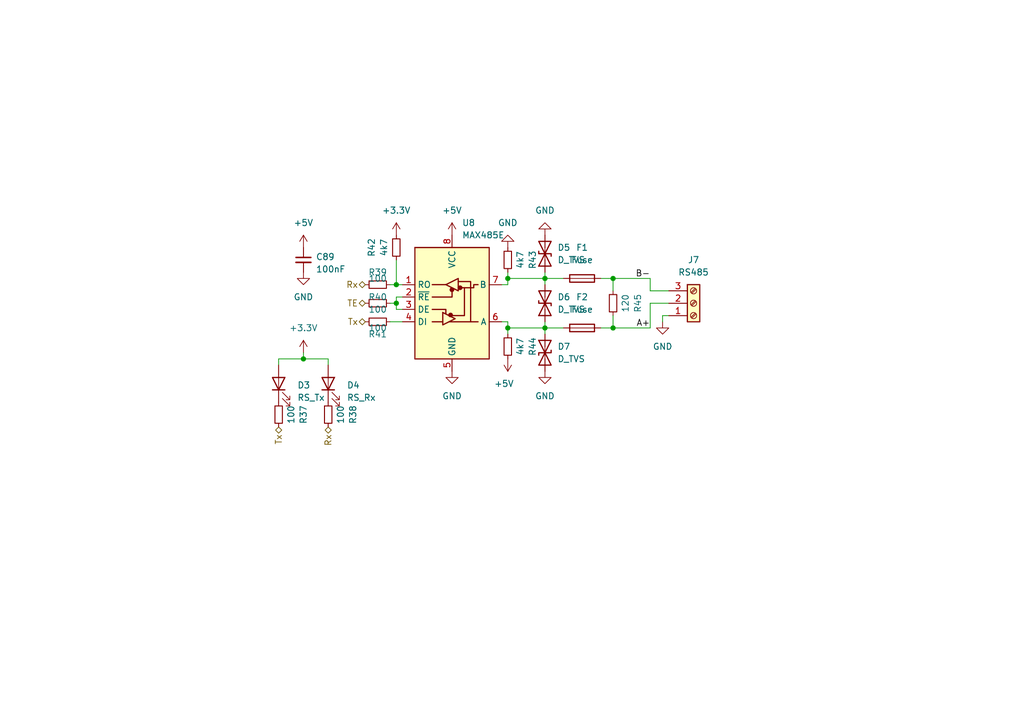
<source format=kicad_sch>
(kicad_sch (version 20230121) (generator eeschema)
  (paper "A5")
  (lib_symbols
    (symbol "Connector:Screw_Terminal_01x03" (pin_names (offset 1.016) hide)
      (property "Reference" "J" (at 0 5.08 0))
      (property "Value" "Screw_Terminal_01x03" (at 0 -5.08 0))
      (symbol "Screw_Terminal_01x03_1_1"
        (rectangle (start -1.27 3.81) (end 1.27 -3.81) (stroke (width 0.254)) (fill (type background)))
        (circle (center 0 -2.54) (radius 0.635) (stroke (width 0.1524)))
        (polyline (pts (xy -0.5334 -2.2098) (xy 0.3302 -3.048)) (stroke (width 0.1524)))
        (polyline (pts (xy -0.5334 0.3302) (xy 0.3302 -0.508)) (stroke (width 0.1524)))
        (polyline (pts (xy -0.5334 2.8702) (xy 0.3302 2.032)) (stroke (width 0.1524)))
        (polyline (pts (xy -0.3556 -2.032) (xy 0.508 -2.8702)) (stroke (width 0.1524)))
        (polyline (pts (xy -0.3556 0.508) (xy 0.508 -0.3302)) (stroke (width 0.1524)))
        (polyline (pts (xy -0.3556 3.048) (xy 0.508 2.2098)) (stroke (width 0.1524)))
        (circle (center 0 0) (radius 0.635) (stroke (width 0.1524)))
        (circle (center 0 2.54) (radius 0.635) (stroke (width 0.1524)))
        (pin passive line (at -5.08 2.54 0) (length 3.81) (name "Pin_1") (number "1"))
        (pin passive line (at -5.08 0 0) (length 3.81) (name "Pin_2") (number "2"))
        (pin passive line (at -5.08 -2.54 0) (length 3.81) (name "Pin_3") (number "3"))
      )
    )
    (symbol "Device:C_Small" (pin_numbers hide) (pin_names (offset 0.254) hide)
      (property "Reference" "C" (at 0.254 1.778 0))
      (property "Value" "C_Small" (at 0.254 -2.032 0))
      (symbol "C_Small_0_1"
        (polyline (pts (xy -1.524 -0.508) (xy 1.524 -0.508)) (stroke (width 0.3302)))
        (polyline (pts (xy -1.524 0.508) (xy 1.524 0.508)) (stroke (width 0.3048)))
      )
      (symbol "C_Small_1_1"
        (pin passive line (at 0 2.54 270) (length 2.032) (name "~") (number "1"))
        (pin passive line (at 0 -2.54 90) (length 2.032) (name "~") (number "2"))
      )
    )
    (symbol "Device:D_TVS" (pin_numbers hide) (pin_names (offset 1.016) hide)
      (property "Reference" "D" (at 0 2.54 0))
      (property "Value" "D_TVS" (at 0 -2.54 0))
      (symbol "D_TVS_0_1"
        (polyline (pts (xy 1.27 0) (xy -1.27 0)))
        (polyline (pts (xy 0.508 1.27) (xy 0 1.27) (xy 0 -1.27) (xy -0.508 -1.27)) (stroke (width 0.254)))
        (polyline (pts (xy -2.54 1.27) (xy -2.54 -1.27) (xy 2.54 1.27) (xy 2.54 -1.27) (xy -2.54 1.27)) (stroke (width 0.254)))
      )
      (symbol "D_TVS_1_1"
        (pin passive line (at -3.81 0 0) (length 2.54) (name "A1") (number "1"))
        (pin passive line (at 3.81 0 180) (length 2.54) (name "A2") (number "2"))
      )
    )
    (symbol "Device:Fuse" (pin_numbers hide) (pin_names (offset 0))
      (property "Reference" "F" (at 2.032 0 90))
      (property "Value" "Fuse" (at -1.905 0 90))
      (symbol "Fuse_0_1"
        (rectangle (start -0.762 -2.54) (end 0.762 2.54) (stroke (width 0.254)))
        (polyline (pts (xy 0 2.54) (xy 0 -2.54)))
      )
      (symbol "Fuse_1_1"
        (pin passive line (at 0 3.81 270) (length 1.27) (name "~") (number "1"))
        (pin passive line (at 0 -3.81 90) (length 1.27) (name "~") (number "2"))
      )
    )
    (symbol "Device:LED" (pin_numbers hide) (pin_names (offset 1.016) hide)
      (property "Reference" "D" (at 0 2.54 0))
      (property "Value" "LED" (at 0 -2.54 0))
      (symbol "LED_0_1"
        (polyline (pts (xy -1.27 -1.27) (xy -1.27 1.27)) (stroke (width 0.254)))
        (polyline (pts (xy -1.27 0) (xy 1.27 0)))
        (polyline (pts (xy 1.27 -1.27) (xy 1.27 1.27) (xy -1.27 0) (xy 1.27 -1.27)) (stroke (width 0.254)))
        (polyline (pts (xy -3.048 -0.762) (xy -4.572 -2.286) (xy -3.81 -2.286) (xy -4.572 -2.286) (xy -4.572 -1.524)))
        (polyline (pts (xy -1.778 -0.762) (xy -3.302 -2.286) (xy -2.54 -2.286) (xy -3.302 -2.286) (xy -3.302 -1.524)))
      )
      (symbol "LED_1_1"
        (pin passive line (at -3.81 0 0) (length 2.54) (name "K") (number "1"))
        (pin passive line (at 3.81 0 180) (length 2.54) (name "A") (number "2"))
      )
    )
    (symbol "Device:R_Small" (pin_numbers hide) (pin_names (offset 0.254) hide)
      (property "Reference" "R" (at 0.762 0.508 0))
      (property "Value" "R_Small" (at 0.762 -1.016 0))
      (symbol "R_Small_0_1"
        (rectangle (start -0.762 1.778) (end 0.762 -1.778) (stroke (width 0.2032)))
      )
      (symbol "R_Small_1_1"
        (pin passive line (at 0 2.54 270) (length 0.762) (name "~") (number "1"))
        (pin passive line (at 0 -2.54 90) (length 0.762) (name "~") (number "2"))
      )
    )
    (symbol "Interface_UART:MAX485E"
      (property "Reference" "U" (at -6.096 11.43 0))
      (property "Value" "MAX485E" (at 0.762 11.43 0))
      (symbol "MAX485E_0_1"
        (rectangle (start -7.62 10.16) (end 7.62 -12.7) (stroke (width 0.254)) (fill (type background)))
        (circle (center -0.3048 -3.683) (radius 0.3556) (stroke (width 0.254)) (fill (type outline)))
        (circle (center -0.0254 1.4986) (radius 0.3556) (stroke (width 0.254)) (fill (type outline)))
        (polyline (pts (xy -4.064 -5.08) (xy -1.905 -5.08)) (stroke (width 0.254)))
        (polyline (pts (xy -4.064 2.54) (xy -1.27 2.54)) (stroke (width 0.254)))
        (polyline (pts (xy -1.27 -3.2004) (xy -1.27 -3.4544)) (stroke (width 0.254)))
        (polyline (pts (xy -0.635 -5.08) (xy 5.334 -5.08)) (stroke (width 0.254)))
        (polyline (pts (xy -4.064 -2.54) (xy -1.27 -2.54) (xy -1.27 -3.175)) (stroke (width 0.254)))
        (polyline (pts (xy 0 1.27) (xy 0 0) (xy -4.064 0)) (stroke (width 0.254)))
        (polyline (pts (xy 1.27 3.175) (xy 3.81 3.175) (xy 3.81 -5.08)) (stroke (width 0.254)))
        (polyline (pts (xy 2.54 1.905) (xy 2.54 -3.81) (xy 0 -3.81)) (stroke (width 0.254)))
        (polyline (pts (xy -1.905 -3.175) (xy -1.905 -5.715) (xy 0.635 -4.445) (xy -1.905 -3.175)) (stroke (width 0.254)))
        (polyline (pts (xy -1.27 2.54) (xy 1.27 3.81) (xy 1.27 1.27) (xy -1.27 2.54)) (stroke (width 0.254)))
        (polyline (pts (xy 1.905 1.905) (xy 4.445 1.905) (xy 4.445 2.54) (xy 5.334 2.54)) (stroke (width 0.254)))
        (rectangle (start 1.27 3.175) (end 1.27 3.175))
        (circle (center 1.651 1.905) (radius 0.3556) (stroke (width 0.254)) (fill (type outline)))
      )
      (symbol "MAX485E_1_1"
        (pin output line (at -10.16 2.54 0) (length 2.54) (name "RO") (number "1"))
        (pin input line (at -10.16 0 0) (length 2.54) (name "~{RE}") (number "2"))
        (pin input line (at -10.16 -2.54 0) (length 2.54) (name "DE") (number "3"))
        (pin input line (at -10.16 -5.08 0) (length 2.54) (name "DI") (number "4"))
        (pin power_in line (at 0 -15.24 90) (length 2.54) (name "GND") (number "5"))
        (pin bidirectional line (at 10.16 -5.08 180) (length 2.54) (name "A") (number "6"))
        (pin bidirectional line (at 10.16 2.54 180) (length 2.54) (name "B") (number "7"))
        (pin power_in line (at 0 12.7 270) (length 2.54) (name "VCC") (number "8"))
      )
    )
    (symbol "power:+3.3V" (power) (pin_names (offset 0))
      (property "Value" "+3.3V" (at 0 3.556 0))
      (symbol "+3.3V_0_1"
        (polyline (pts (xy -0.762 1.27) (xy 0 2.54)))
        (polyline (pts (xy 0 0) (xy 0 2.54)))
        (polyline (pts (xy 0 2.54) (xy 0.762 1.27)))
      )
      (symbol "+3.3V_1_1"
        (pin power_in line (at 0 0 90) (length 0) hide (name "+3.3V") (number "1"))
      )
    )
    (symbol "power:+5V" (power) (pin_names (offset 0))
      (property "Value" "+5V" (at 0 3.556 0))
      (symbol "+5V_0_1"
        (polyline (pts (xy -0.762 1.27) (xy 0 2.54)))
        (polyline (pts (xy 0 0) (xy 0 2.54)))
        (polyline (pts (xy 0 2.54) (xy 0.762 1.27)))
      )
      (symbol "+5V_1_1"
        (pin power_in line (at 0 0 90) (length 0) hide (name "+5V") (number "1"))
      )
    )
    (symbol "power:GND" (power) (pin_names (offset 0))
      (property "Value" "GND" (at 0 -3.81 0))
      (symbol "GND_0_1"
        (polyline (pts (xy 0 0) (xy 0 -1.27) (xy 1.27 -1.27) (xy 0 -2.54) (xy -1.27 -1.27) (xy 0 -1.27)))
      )
      (symbol "GND_1_1"
        (pin power_in line (at 0 0 270) (length 0) hide (name "GND") (number "1"))
      )
    )
  )
  (junction (at 104.14 57.15))
  (junction (at 125.73 67.31))
  (junction (at 111.76 57.15))
  (junction (at 125.73 57.15))
  (junction (at 81.28 58.42))
  (junction (at 81.28 62.23))
  (junction (at 62.23 73.66))
  (junction (at 104.14 67.31))
  (junction (at 111.76 67.31))
  (wire (pts (xy 57.15 73.66) (xy 57.15 74.93)))
  (wire (pts (xy 111.76 57.15) (xy 115.57 57.15)))
  (wire (pts (xy 125.73 67.31) (xy 123.19 67.31)))
  (wire (pts (xy 62.23 72.39) (xy 62.23 73.66)))
  (wire (pts (xy 111.76 67.31) (xy 111.76 66.04)))
  (wire (pts (xy 81.28 63.5) (xy 82.55 63.5)))
  (wire (pts (xy 62.23 73.66) (xy 57.15 73.66)))
  (wire (pts (xy 137.16 64.77) (xy 135.89 64.77)))
  (wire (pts (xy 67.31 74.93) (xy 67.31 73.66)))
  (wire (pts (xy 104.14 58.42) (xy 104.14 57.15)))
  (wire (pts (xy 125.73 59.69) (xy 125.73 57.15)))
  (wire (pts (xy 67.31 73.66) (xy 62.23 73.66)))
  (wire (pts (xy 133.35 59.69) (xy 133.35 57.15)))
  (wire (pts (xy 111.76 67.31) (xy 115.57 67.31)))
  (wire (pts (xy 82.55 60.96) (xy 81.28 60.96)))
  (wire (pts (xy 123.19 57.15) (xy 125.73 57.15)))
  (wire (pts (xy 102.87 66.04) (xy 104.14 66.04)))
  (wire (pts (xy 104.14 66.04) (xy 104.14 67.31)))
  (wire (pts (xy 111.76 55.88) (xy 111.76 57.15)))
  (wire (pts (xy 133.35 62.23) (xy 133.35 67.31)))
  (wire (pts (xy 111.76 67.31) (xy 111.76 68.58)))
  (wire (pts (xy 81.28 62.23) (xy 81.28 63.5)))
  (wire (pts (xy 104.14 57.15) (xy 111.76 57.15)))
  (wire (pts (xy 133.35 62.23) (xy 137.16 62.23)))
  (wire (pts (xy 104.14 67.31) (xy 104.14 68.58)))
  (wire (pts (xy 111.76 57.15) (xy 111.76 58.42)))
  (wire (pts (xy 104.14 67.31) (xy 111.76 67.31)))
  (wire (pts (xy 80.01 66.04) (xy 82.55 66.04)))
  (wire (pts (xy 125.73 64.77) (xy 125.73 67.31)))
  (wire (pts (xy 133.35 59.69) (xy 137.16 59.69)))
  (wire (pts (xy 81.28 53.34) (xy 81.28 58.42)))
  (wire (pts (xy 102.87 58.42) (xy 104.14 58.42)))
  (wire (pts (xy 133.35 67.31) (xy 125.73 67.31)))
  (wire (pts (xy 133.35 57.15) (xy 125.73 57.15)))
  (wire (pts (xy 135.89 64.77) (xy 135.89 66.04)))
  (wire (pts (xy 80.01 58.42) (xy 81.28 58.42)))
  (wire (pts (xy 81.28 60.96) (xy 81.28 62.23)))
  (wire (pts (xy 80.01 62.23) (xy 81.28 62.23)))
  (wire (pts (xy 104.14 55.88) (xy 104.14 57.15)))
  (wire (pts (xy 81.28 58.42) (xy 82.55 58.42)))
  (label "A+" (at 133.35 67.31 180))
  (label "B-" (at 133.35 57.15 180))
  (hierarchical_label "Tx" (shape bidirectional) (at 57.15 87.63 270))
  (hierarchical_label "Rx" (shape bidirectional) (at 74.93 58.42 180))
  (hierarchical_label "Rx" (shape bidirectional) (at 67.31 87.63 270))
  (hierarchical_label "TE" (shape bidirectional) (at 74.93 62.23 180))
  (hierarchical_label "Tx" (shape bidirectional) (at 74.93 66.04 180))
  (symbol (lib_id "Device:R_Small") (at 125.73 62.23 180) (unit 1)
    (property "Reference" "R45" (at 130.81 62.23 90))
    (property "Value" "120" (at 128.27 62.23 90))
    (property "Footprint" "Anh_Footprints:R_0805" (effects hide))
  )
  (symbol (lib_id "Interface_UART:MAX485E") (at 92.71 60.96 0) (unit 1)
    (property "Reference" "U8" (at 94.7294 45.72 0) (effects (justify left)))
    (property "Value" "MAX485E" (at 94.7294 48.26 0) (effects (justify left)))
    (property "Footprint" "Anh_Footprints:SOIC-8" (effects hide))
    (property "Datasheet" "https://datasheets.maximintegrated.com/en/ds/MAX1487E-MAX491E.pdf" (effects hide))
  )
  (symbol (lib_id "power:+5V") (at 62.23 50.8 0) (unit 1)
    (property "Reference" "#PWR0112" (effects hide))
    (property "Value" "+5V" (at 62.23 45.72 0))
  )
  (symbol (lib_id "Device:Fuse") (at 119.38 57.15 90) (unit 1)
    (property "Reference" "F1" (at 119.38 50.8 90))
    (property "Value" "Fuse" (at 119.38 53.34 90))
    (property "Footprint" "Anh_Footprints:F_1206" (effects hide))
  )
  (symbol (lib_id "Device:R_Small") (at 104.14 53.34 180) (unit 1)
    (property "Reference" "R43" (at 109.22 53.34 90))
    (property "Value" "4k7" (at 106.68 53.34 90))
    (property "Footprint" "Anh_Footprints:R_0603" (effects hide))
  )
  (symbol (lib_id "power:GND") (at 111.76 48.26 180) (unit 1)
    (property "Reference" "#PWR0120" (effects hide))
    (property "Value" "GND" (at 111.76 43.18 0))
  )
  (symbol (lib_id "Device:R_Small") (at 104.14 71.12 180) (unit 1)
    (property "Reference" "R44" (at 109.22 71.12 90))
    (property "Value" "4k7" (at 106.68 71.12 90))
    (property "Footprint" "Anh_Footprints:R_0603" (effects hide))
  )
  (symbol (lib_id "Device:R_Small") (at 77.47 66.04 90) (unit 1)
    (property "Reference" "R41" (at 77.47 68.58 90))
    (property "Value" "100" (at 77.47 67.31 90))
    (property "Footprint" "Anh_Footprints:R_0603" (effects hide))
  )
  (symbol (lib_id "power:GND") (at 111.76 76.2 0) (unit 1)
    (property "Reference" "#PWR0121" (effects hide))
    (property "Value" "GND" (at 111.76 81.28 0))
  )
  (symbol (lib_id "Device:R_Small") (at 67.31 85.09 180) (unit 1)
    (property "Reference" "R38" (at 72.39 85.09 90))
    (property "Value" "100" (at 69.85 85.09 90))
    (property "Footprint" "Anh_Footprints:R_0603" (effects hide))
  )
  (symbol (lib_id "Device:D_TVS") (at 111.76 52.07 90) (unit 1)
    (property "Reference" "D5" (at 114.3 50.7999 90) (effects (justify right)))
    (property "Value" "D_TVS" (at 114.3 53.3399 90) (effects (justify right)))
    (property "Footprint" "Anh_Footprints:D_SMA" (effects hide))
  )
  (symbol (lib_id "Device:D_TVS") (at 111.76 72.39 90) (mirror x) (unit 1)
    (property "Reference" "D7" (at 114.3 71.1199 90) (effects (justify right)))
    (property "Value" "D_TVS" (at 114.3 73.6599 90) (effects (justify right)))
    (property "Footprint" "Anh_Footprints:D_SMA" (effects hide))
  )
  (symbol (lib_id "Device:R_Small") (at 77.47 58.42 90) (unit 1)
    (property "Reference" "R39" (at 77.47 55.88 90))
    (property "Value" "100" (at 77.47 57.15 90))
    (property "Footprint" "Anh_Footprints:R_0603" (effects hide))
  )
  (symbol (lib_id "power:GND") (at 92.71 76.2 0) (unit 1)
    (property "Reference" "#PWR0117" (effects hide))
    (property "Value" "GND" (at 92.71 81.28 0))
  )
  (symbol (lib_id "power:+3.3V") (at 62.23 72.39 0) (unit 1)
    (property "Reference" "#PWR0114" (effects hide))
    (property "Value" "+3.3V" (at 62.23 67.31 0))
  )
  (symbol (lib_id "power:+5V") (at 104.14 73.66 0) (mirror x) (unit 1)
    (property "Reference" "#PWR0119" (effects hide))
    (property "Value" "+5V" (at 105.41 78.74 0) (effects (justify right)))
  )
  (symbol (lib_id "Device:R_Small") (at 81.28 50.8 180) (unit 1)
    (property "Reference" "R42" (at 76.2 50.8 90))
    (property "Value" "4k7" (at 78.74 50.8 90))
    (property "Footprint" "Anh_Footprints:R_0603" (effects hide))
  )
  (symbol (lib_id "power:+3.3V") (at 81.28 48.26 0) (unit 1)
    (property "Reference" "#PWR0115" (effects hide))
    (property "Value" "+3.3V" (at 81.28 43.18 0))
  )
  (symbol (lib_id "power:GND") (at 104.14 50.8 180) (unit 1)
    (property "Reference" "#PWR0118" (effects hide))
    (property "Value" "GND" (at 104.14 45.72 0))
  )
  (symbol (lib_id "Device:D_TVS") (at 111.76 62.23 90) (unit 1)
    (property "Reference" "D6" (at 114.3 60.9599 90) (effects (justify right)))
    (property "Value" "D_TVS" (at 114.3 63.4999 90) (effects (justify right)))
    (property "Footprint" "Anh_Footprints:D_SMA" (effects hide))
  )
  (symbol (lib_id "Device:Fuse") (at 119.38 67.31 90) (unit 1)
    (property "Reference" "F2" (at 119.38 60.96 90))
    (property "Value" "Fuse" (at 119.38 63.5 90))
    (property "Footprint" "Anh_Footprints:F_1206" (effects hide))
  )
  (symbol (lib_id "Device:R_Small") (at 77.47 62.23 90) (unit 1)
    (property "Reference" "R40" (at 77.47 60.96 90))
    (property "Value" "100" (at 77.47 63.5 90))
    (property "Footprint" "Anh_Footprints:R_0603" (effects hide))
  )
  (symbol (lib_id "power:GND") (at 62.23 55.88 0) (unit 1)
    (property "Reference" "#PWR0113" (effects hide))
    (property "Value" "GND" (at 62.23 60.96 0))
  )
  (symbol (lib_id "Device:LED") (at 67.31 78.74 90) (unit 1)
    (property "Reference" "D4" (at 71.12 79.0574 90) (effects (justify right)))
    (property "Value" "RS_Rx" (at 71.12 81.5974 90) (effects (justify right)))
    (property "Footprint" "Anh_Footprints:LED_0603" (effects hide))
  )
  (symbol (lib_id "Device:C_Small") (at 62.23 53.34 0) (unit 1)
    (property "Reference" "C89" (at 64.77 52.7113 0) (effects (justify left)))
    (property "Value" "100nF" (at 64.77 55.2513 0) (effects (justify left)))
    (property "Footprint" "Anh_Footprints:C_0603" (effects hide))
  )
  (symbol (lib_id "Device:R_Small") (at 57.15 85.09 180) (unit 1)
    (property "Reference" "R37" (at 62.23 85.09 90))
    (property "Value" "100" (at 59.69 85.09 90))
    (property "Footprint" "Anh_Footprints:R_0603" (effects hide))
  )
  (symbol (lib_id "Device:LED") (at 57.15 78.74 90) (unit 1)
    (property "Reference" "D3" (at 60.96 79.0574 90) (effects (justify right)))
    (property "Value" "RS_Tx" (at 60.96 81.5974 90) (effects (justify right)))
    (property "Footprint" "Anh_Footprints:LED_0603" (effects hide))
  )
  (symbol (lib_id "Connector:Screw_Terminal_01x03") (at 142.24 62.23 0) (mirror x) (unit 1)
    (property "Reference" "J7" (at 142.24 53.34 0))
    (property "Value" "RS485" (at 142.24 55.88 0))
    (property "Footprint" "TerminalBlock_Phoenix:TerminalBlock_Phoenix_MKDS-1,5-3-5.08_1x03_P5.08mm_Horizontal" (effects hide))
  )
  (symbol (lib_id "power:+5V") (at 92.71 48.26 0) (unit 1)
    (property "Reference" "#PWR0116" (effects hide))
    (property "Value" "+5V" (at 92.71 43.18 0))
  )
  (symbol (lib_id "power:GND") (at 135.89 66.04 0) (unit 1)
    (property "Reference" "#PWR0122" (effects hide))
    (property "Value" "GND" (at 135.89 71.12 0))
  )
)
</source>
